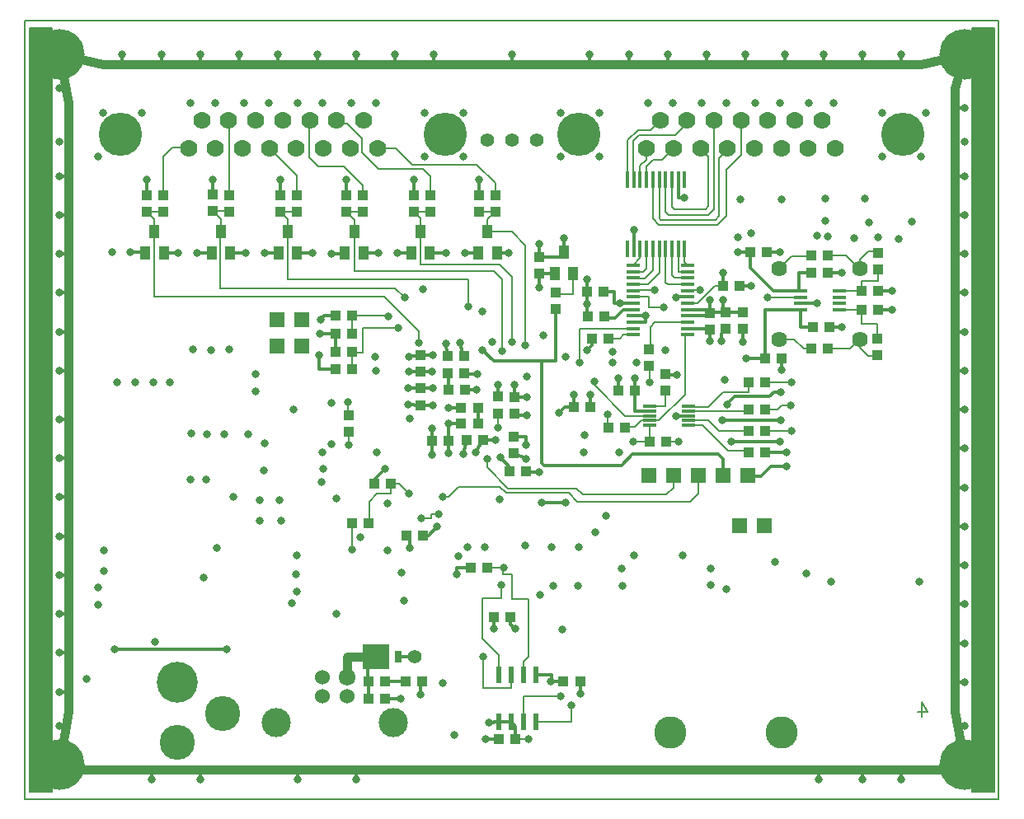
<source format=gbr>
%FSLAX36Y36*%
%MOMM*%
G04 EasyPC Gerber Version 18.0.8 Build 3632 *
%ADD155R,0.45000X1.80000*%
%ADD156R,0.50800X1.67640*%
%ADD154R,0.76200X1.27000*%
%ADD25R,1.00000X1.10000*%
%ADD106R,1.00000X1.40000*%
%ADD97R,1.52400X1.52400*%
%ADD17C,0.12700*%
%ADD18C,0.15000*%
%ADD141C,0.20830*%
%ADD112C,0.30000*%
%ADD24C,0.81280*%
%ADD113C,0.90000*%
%ADD109C,1.39000*%
%ADD111C,1.42240*%
%ADD99C,1.52400*%
%ADD29C,1.62400*%
%ADD98C,1.72000*%
%ADD90C,1.77800*%
%ADD100C,3.00000*%
%ADD105C,3.31000*%
%ADD101C,3.60000*%
%ADD102C,4.20000*%
%ADD91C,4.44500*%
%ADD23C,5.20000*%
%ADD150R,1.47320X0.33020*%
%ADD151R,1.47320X0.35560*%
%ADD152R,1.47320X0.38100*%
%ADD26R,1.10000X1.00000*%
%ADD153R,2.67000X2.54000*%
X0Y0D02*
D02*
D17*
X42104200Y3347700D02*
X142104200D01*
Y83347700*
X42104200*
Y3347700*
X42604200Y4097700D02*
X44854200D01*
Y82597700*
X42604200*
Y4097700*
G36*
X44854200*
Y82597700*
X42604200*
Y4097700*
G37*
X139354200D02*
X141604200D01*
Y82597700*
X139354200*
Y4097700*
G36*
X141604200*
Y82597700*
X139354200*
Y4097700*
G37*
D02*
D18*
X54354200Y59547700D02*
X54454200Y59447700D01*
X54604200Y63697700D02*
X56304200D01*
X55404200Y61647700D02*
Y54947700D01*
X79029200*
X82579200Y51397700*
Y50247700*
X55404200Y61647700D02*
Y62897700D01*
X54604200Y63697700*
X56304200Y65397700D02*
Y69347700D01*
X57204200Y70247700*
X58841400*
X58886200Y70202900*
X61404200Y63747700D02*
X63054200D01*
X63104200Y63697700*
X62204200Y61647700D02*
Y62947700D01*
X61404200Y63747700*
X63104200Y65397700D02*
Y72944500D01*
X63001000Y73047700*
X68304200Y63697700D02*
X70004200D01*
X69104200Y61647700D02*
Y62897700D01*
X68304200Y63697700*
X69104200Y61647700D02*
Y56747700D01*
X87604200*
Y53947700*
X70004200Y65397700D02*
Y67394900D01*
X67196200Y70202900*
X72454200Y52597700D02*
Y52622700D01*
X73654200Y59347700D02*
X73554200D01*
X75104200Y63697700D02*
X76804200D01*
X75279200Y44097700D02*
Y42822700D01*
X75354200Y42747700*
Y41047700D02*
Y39722700D01*
X75654200Y28997700D02*
Y31697700D01*
X75679200Y51147700D02*
Y52972700D01*
X79429200*
X79454200Y52947700*
X75704200Y47497700D02*
Y49322700D01*
X75904200Y61647700D02*
Y62875200D01*
X75104200Y63675200*
Y63697700*
X76804200Y65397700D02*
Y66347700D01*
X74804200Y68347700*
X72204200*
X71304200Y69247700*
Y73000700*
X71351200Y73047700*
X77354200Y31697700D02*
Y31772700D01*
X77429200Y31847700*
Y33897700*
X78254200Y34722700*
X79654200*
Y35747700*
X79679200Y35772700*
X80529200*
X81554200Y34747700*
X80404200Y51747700D02*
X76804200D01*
Y49222700*
X75804200*
X75704200Y49322700*
X81104200Y54847700D02*
X80104200Y55847700D01*
X62179200*
Y61547700*
X62204200Y61572700*
Y61647700*
X82004200Y63697700D02*
X83704200D01*
X82704200Y61647700D02*
Y62997700D01*
X82004200Y63697700*
X83704200Y65397700D02*
Y67347700D01*
X83004200Y68047700*
X78404200*
X76704200Y69747700*
Y71222700*
X75204200Y72722700*
X74521200*
X74196200Y73047700*
X74121200*
X83879200Y40147700D02*
X83979200Y39597700D01*
X83879200*
X84604200Y32647700D02*
X83804200D01*
Y32147700*
X82804200*
X85304200Y49847700D02*
X85279200Y49872700D01*
X85554200Y47022700D02*
X85529200Y47047700D01*
X86404200Y26422700D02*
X86429200Y26397700D01*
X89054200Y49497700D02*
X89029200D01*
X89167700Y17972700D02*
Y14772700D01*
X92004200*
Y16060700*
X92019200*
X89579200Y38247700D02*
Y38072700D01*
X89604200*
Y61647700D02*
Y62897700D01*
X90404200Y63697700*
X88704200*
X90404200Y65397700D02*
Y66647700D01*
X88504200Y68547700*
X81854200*
X80204200Y70197700*
X78421000*
X78415800Y70202900*
X78276200*
X90704200Y41522700D02*
Y42947700D01*
X90679200Y42972700*
X90979200Y25347700D02*
Y23972700D01*
X89029200*
Y19822700*
X90729200Y18122700*
Y16180700*
X90749200Y16160700*
Y16060700*
X91079200Y49397700D02*
Y56747700D01*
X90279200Y57547700*
X75904200*
Y61647700*
X91229200Y27122700D02*
X89604200D01*
X92079200Y50297700D02*
Y56972700D01*
X90804200Y58247700*
X82704200*
Y61647700*
X92454200Y9472700D02*
X93779200D01*
X92454200Y44597700D02*
X92404200Y44647700D01*
X93289200Y16060700D02*
Y17457700D01*
X93779200Y17947700*
Y23872700*
X92079200*
Y26422700*
X91204200*
Y27097700*
X91229200Y27122700*
X93504200Y49947700D02*
Y60222700D01*
X92079200Y61647700*
X89604200*
X93704200Y36922700D02*
X93579200Y36997700D01*
X94559200Y11234700D02*
X94804200D01*
Y11247700*
X98204200*
Y12997700*
X94954200Y57347700D02*
X94904200Y57297700D01*
X97104200Y13922700D02*
X93329200D01*
Y11274700*
X93289200Y11234700*
X98404200Y57347700D02*
Y55247700D01*
X96729200*
X96629200Y55347700*
X101779200Y52722700D02*
X101604200Y52897700D01*
X101954200Y42822700D02*
Y41597700D01*
X102054200Y41497700*
Y50672700D02*
X103179200D01*
X103554200Y51047700*
X104509800*
X104534800Y51022700*
Y51672700D02*
X99029200D01*
Y48172700*
X104534800Y54922700D02*
X106129200D01*
Y53822700*
X107704200*
X104534800Y56222700D02*
X106054200D01*
X107254200Y57422700*
Y59772700*
X107229200Y59797700*
Y59897700*
X104554200Y40072700D02*
X106229200D01*
X105279200Y59897700D02*
Y58917100D01*
X104534800Y58172700*
X105929200Y59897700D02*
Y57847700D01*
X105579200Y57497700*
X104559800*
X104534800Y57522700*
X105929200Y66997700D02*
Y68322700D01*
X106629200Y69022700*
X107522000*
X108702200Y70202900*
X105932200D02*
Y69047700D01*
X105279200Y68394700*
Y66997700*
X106060300Y42822700D02*
X106160300Y42722700D01*
X106235300*
X106179200Y47847700D02*
X106279200D01*
Y46122700*
X106210300Y42322700D02*
Y42247700D01*
X106235300Y42222700*
X106210300Y42822700D02*
Y42747700D01*
X106235300Y42722700*
X106229200Y40072700D02*
Y41716600D01*
X106235300Y41722700*
Y42222700D02*
X105379200D01*
X104704200Y41547700*
X103879200*
X103829200Y41497700*
X103754200*
X106235300Y42222700D02*
X107204200D01*
X109904200Y44922700*
Y50878300*
X110048600Y51022700*
X110173600*
X106235300Y42722700D02*
X103729200D01*
X100654200Y45797700*
Y46222700*
X100554200*
X106235300Y42822700D02*
Y42722700D01*
Y43722700D02*
X107854200D01*
Y45272700*
X106579200Y59897700D02*
Y57647700D01*
X105779200Y56847700*
X104559800*
X104534800Y56872700*
X106579200Y66997700D02*
Y62972700D01*
X107204200Y62347700*
X113179200*
X114104200Y63272700*
Y67972700*
X115629200Y69497700*
Y72995700*
X115627200Y72997700*
Y73047700*
X106729200Y55597700D02*
X104684800D01*
X104659800Y55572700*
X104534800*
X107229200Y66997700D02*
Y63022700D01*
X107379200Y62872700*
X113004200*
X113379200Y63247700*
Y69165900*
X114242200Y70028900*
Y70202900*
X107317200Y73047700D02*
X107304200D01*
X106329200Y72072700*
X105029200*
X103979200Y71022700*
Y66997700*
X107879200Y59897700D02*
Y56422700D01*
X108079200Y56222700*
X110173600*
X107879200Y66997700D02*
Y63672700D01*
X108204200Y63347700*
X112279200*
X112879200Y63947700*
Y72725700*
X112857200Y72747700*
Y73047700*
X107929200Y40072700D02*
X109254200D01*
X108529200Y59897700D02*
Y57172700D01*
X108804200Y56897700*
X110148600*
X110173600Y56872700*
X108529200Y66997700D02*
Y64172700D01*
X108779200Y63922700*
X111979200*
X112304200Y64247700*
Y69370900*
X111472200Y70202900*
X108654200Y36542700D02*
X108684200Y36572700D01*
X108704200Y36552700*
Y35347700*
X107979200Y34622700*
X99379200*
X98754200Y35247700*
X91729200*
X89579200Y37397700*
Y38247700*
X109179200Y59897700D02*
Y57522700D01*
X110173600*
X109829200Y59897700D02*
Y58517100D01*
X110173600Y58172700*
X110047000Y73047700D02*
Y72740500D01*
X108879200Y71572700*
X105154200*
X104579200Y70997700*
Y67047700*
X104629200Y66997700*
X110173600Y51022700D02*
X109529200D01*
X110173600Y52322700D02*
X106779200D01*
X106304200Y51847700*
Y50047700*
X106329200Y50022700*
X106504200*
X106179200Y49547700*
X110223100Y41722700D02*
X111654200D01*
X114279200Y39097700*
X116304200*
X116429200Y38972700*
X110223100Y42222700D02*
X112304200D01*
X113354200Y41172700*
X116429200*
X110223100Y43222700D02*
X116279200D01*
X116429200Y43372700*
X111224200Y36572700D02*
Y34697700D01*
X110424200Y33897700*
X98804200*
X97929200Y34772700*
X91504200*
X90879200Y35397700*
X86604200*
X85629200Y34422700*
X84979200*
X111454200Y55597700D02*
X110198600D01*
X110173600Y55572700*
X112429200Y53322700D02*
X112404200Y53297700D01*
X113754200Y53647700D02*
X114079200Y53322700D01*
X113754200Y56047700D02*
X112954200D01*
X111154200Y54247700*
X110198600*
X110173600Y54272700*
X114129200Y53372700D02*
X114079200Y53322700D01*
X115604200Y73024700D02*
X115627200Y73047700D01*
X116379200Y46147700D02*
Y45147700D01*
X113779200*
X112279200Y43647700*
X110223100*
Y43722700*
X118079200Y46147700D02*
X120829200D01*
X118079200Y48597700D02*
X118104200Y48622700D01*
X118079200Y48822700D02*
X118104200Y48797700D01*
Y48622700*
X118129200Y41172700D02*
X120829200D01*
X118129200Y43372700D02*
X119404200D01*
X119804200Y43772700*
X120704200*
X119579200Y50597700D02*
X121079200D01*
X122079200Y49597700*
X122879200*
X119579200Y57847700D02*
X119554200D01*
X120854200Y59147700*
X122854200*
X122879200Y59172700*
X121754200Y53416600D02*
X121760300Y53422700D01*
Y53597700*
Y54897700D02*
X118329200D01*
X124579200Y49597700D02*
X126829200D01*
X127829200Y50597700*
X124579200Y59172700D02*
X126429200D01*
X127754200Y57847700*
X127829200*
Y50597700D02*
Y49672700D01*
X128654200Y48847700*
X129529200*
X129654200Y48972700*
X127829200Y57847700D02*
Y58772700D01*
X128654200Y59597700*
X129579200*
X129704200Y59472700*
X127979200Y53622700D02*
Y52197700D01*
X129654200*
Y50672700*
X127979200Y53622700D02*
X125748100D01*
Y53597700*
X128004200Y55547700D02*
Y56597700D01*
X129704200*
Y57772700*
X128004200Y55547700D02*
X125748100D01*
D02*
D23*
X45604200Y6847700D03*
Y79847700D03*
X138604200Y6847700D03*
Y79847700D03*
D02*
D24*
X45604200Y10847700D03*
Y14347700D03*
Y18347700D03*
Y22347700D03*
Y26347700D03*
Y30347700D03*
Y34347700D03*
Y38347700D03*
Y42347700D03*
Y47347700D03*
Y51347700D03*
Y55347700D03*
Y59347700D03*
Y63347700D03*
Y67347700D03*
Y70847700D03*
Y76347700D03*
X46604200Y12347700D03*
Y16347700D03*
Y20347700D03*
Y24347700D03*
Y28347700D03*
Y32347700D03*
Y36347700D03*
Y40347700D03*
Y44347700D03*
Y49347700D03*
Y53347700D03*
Y57347700D03*
Y61347700D03*
Y65347700D03*
Y69347700D03*
Y74847700D03*
X48454200Y15697700D03*
X49579200Y23272700D03*
Y25047700D03*
X49604200Y69347700D03*
X50104200Y73847700D03*
Y78847700D03*
X50179200Y26797700D03*
X50204200Y28847700D03*
X51054200Y59547700D03*
X51304200Y18747700D03*
X51554200Y46172700D03*
X52104200Y6347700D03*
Y79847700D03*
X52954200Y59547700D03*
X53404200Y46147700D03*
X54104200Y73847700D03*
Y78847700D03*
X54604200Y66947700D03*
X55104200Y5347700D03*
X55254200Y46147700D03*
X55479200Y19497700D03*
X56104200Y79847700D03*
X56954200Y46147700D03*
X57604200Y6347700D03*
X57804200Y59447700D03*
X58104200Y78847700D03*
X59104200Y36197700D03*
Y74847700D03*
X59154200Y40872700D03*
X59354200Y49522700D03*
X59754200Y59447700D03*
X60104200Y5347700D03*
Y79847700D03*
X60454200Y26122700D03*
X60729200Y36147700D03*
X60804200Y40847700D03*
X61229200Y49497700D03*
X61404200Y66947700D03*
X61604200Y74847700D03*
X61779200Y29122700D03*
X62104200Y78847700D03*
X62529200Y40797700D03*
X62804200Y18747700D03*
X63054200Y49522700D03*
X63504200Y34422700D03*
X64104200Y79847700D03*
X64604200Y74847700D03*
X64804200Y59447700D03*
X65029200Y40797700D03*
X65104200Y6347700D03*
X65779200Y45247700D03*
Y46997700D03*
X66104200Y78847700D03*
X66204200Y31897700D03*
Y34072700D03*
X66629200Y37072700D03*
X66679200Y39897700D03*
X66729200Y59447700D03*
X67104200Y74847700D03*
X68104200Y79847700D03*
X68229200Y34072700D03*
X68304200Y66947700D03*
X68379200Y31897700D03*
X69504200Y23422700D03*
X69654200Y43372700D03*
X69929200Y26397700D03*
X69979200Y24672700D03*
X70029200Y28372700D03*
X70104200Y5347700D03*
Y74847700D03*
Y78847700D03*
X71604200Y59447700D03*
X72104200Y79847700D03*
X72329200Y48922700D03*
X72429200Y51147700D03*
X72454200Y52597700D03*
X72579200Y35947700D03*
X72604200Y74847700D03*
X72679200Y38947700D03*
X72704200Y37297700D03*
X73104200Y6347700D03*
X73554200Y59347700D03*
X73579200Y44072700D03*
X73604200Y39772700D03*
X74054200Y34197700D03*
X74104200Y22347700D03*
Y78847700D03*
X75104200Y66947700D03*
X75279200Y44097700D03*
X75354200Y39722700D03*
X75604200Y74847700D03*
X75654200Y28997700D03*
X76104200Y5347700D03*
Y79847700D03*
X76529200Y30247700D03*
X78054200Y48747700D03*
X78104200Y74847700D03*
Y78847700D03*
X78154200Y47347700D03*
X78254200Y38947700D03*
X78404200Y59447700D03*
X78604200Y6347700D03*
X79079200Y37297700D03*
X79354200Y28847700D03*
Y33747700D03*
X79454200Y52947700D03*
X80104200Y79847700D03*
X80304200Y59447700D03*
X80404200Y51747700D03*
X80704200Y13647700D03*
X80804200Y26622700D03*
X81054200Y23747700D03*
X81104200Y54847700D03*
X81479200Y43847700D03*
Y45597700D03*
X81504200Y47247700D03*
X81529200Y48747700D03*
X81554200Y34747700D03*
X81629200Y29097700D03*
X81654200Y42422700D03*
X82004200Y66947700D03*
X82104200Y78847700D03*
X82579200Y50247700D03*
X82704200Y14047700D03*
X82804200Y32147700D03*
X82979200Y55722700D03*
X83104200Y69347700D03*
Y73847700D03*
X83879200Y38722700D03*
Y41397700D03*
X83929200Y47247700D03*
X83954200Y48922700D03*
X83979200Y43822700D03*
Y45522700D03*
X84104200Y79847700D03*
X84432200Y31297700D03*
X84604200Y32647700D03*
X84979200Y15247700D03*
Y34422700D03*
X85304200Y50172700D03*
X85354200Y59447700D03*
X85554200Y38847700D03*
X85579200Y41897700D03*
Y43547700D03*
X86104200Y78847700D03*
X86204200Y9947700D03*
X86429200Y26397700D03*
X86579200Y28272700D03*
X86754200Y50197700D03*
X87104200Y38822700D03*
Y69347700D03*
Y73847700D03*
X87254200Y59447700D03*
X87579200Y29247700D03*
X87604200Y53947700D03*
X88429200Y38922700D03*
X88504200Y45372700D03*
X88529200Y46997700D03*
X88704200Y66947700D03*
X89029200Y49497700D03*
X89079200Y53447700D03*
X89167700Y17972700D03*
X89279200Y29197700D03*
X89404200Y9472700D03*
X89579200Y38247700D03*
X89729200Y11222700D03*
X90079200Y50322700D03*
X90104200Y78847700D03*
X90279200Y20797700D03*
X90429200Y40222700D03*
X90679200Y45922700D03*
X90704200Y41522700D03*
X90829200Y34172700D03*
X90904200Y38447700D03*
X90979200Y25347700D03*
X91079200Y49397700D03*
X91229200Y27122700D03*
X91804200Y59447700D03*
X92079200Y50297700D03*
X92104200Y79847700D03*
X92404200Y45922700D03*
X92467700Y20797700D03*
X93504200Y29422700D03*
Y49947700D03*
X93579200Y38247700D03*
Y39747700D03*
X93604200Y6347700D03*
X93629200Y44597700D03*
X93654200Y42747700D03*
X93679200Y46747700D03*
X93779200Y9472700D03*
X94104200Y78847700D03*
X94879200Y36922700D03*
X94904200Y55872700D03*
Y60397700D03*
X94979200Y24297700D03*
X95204200Y33822700D03*
X95317200Y50947700D03*
X96129200Y15397700D03*
X96154200Y29222700D03*
X96329200Y25247700D03*
X96954200Y43022700D03*
X97104200Y13922700D03*
Y69347700D03*
Y73847700D03*
X97304200Y20772700D03*
X97454200Y60972700D03*
X97654200Y33822700D03*
Y48747700D03*
X98104200Y78847700D03*
X98204200Y12997700D03*
X98454200Y44872700D03*
X98929200Y25272700D03*
X99004200Y29247700D03*
X99029200Y48172700D03*
X99104200Y14122700D03*
X99504200Y38997700D03*
X99529200Y40697700D03*
X99779200Y54197700D03*
X99804200Y49422700D03*
X99854200Y56747700D03*
X100104200Y79847700D03*
X100154200Y44922700D03*
X100554200Y46222700D03*
X100629200Y30747700D03*
X101104200Y69347700D03*
Y73847700D03*
X101804200Y32397700D03*
X101954200Y42822700D03*
X102104200Y78847700D03*
X102429200Y49322700D03*
X102454200Y48197700D03*
X103079200Y46597700D03*
X103129200Y38922700D03*
X103179200Y54272700D03*
X103354200Y27047700D03*
X103429200Y25272700D03*
X103604200Y6347700D03*
X104104200Y79847700D03*
X104554200Y40072700D03*
X104629200Y61797700D03*
X104679200Y28397700D03*
X104754200Y46572700D03*
X104904200Y48222700D03*
X105829200Y52972700D03*
X106104200Y74847700D03*
Y78847700D03*
X106279200Y46122700D03*
X106729200Y55597700D03*
X107704200Y53822700D03*
X107879200Y49447700D03*
X108104200Y79847700D03*
X108604200Y74847700D03*
X108929200Y42722700D03*
Y54897700D03*
X109054200Y46947700D03*
X109254200Y40072700D03*
X109629200Y28372700D03*
X109829200Y65097700D03*
X110104200Y78847700D03*
X111454200Y55597700D03*
X111604200Y74847700D03*
X112104200Y79847700D03*
X112404200Y50347700D03*
X112429200Y54597700D03*
X112529200Y25347700D03*
Y26997700D03*
X113629200Y50372700D03*
X113729200Y42272700D03*
X113754200Y54597700D03*
Y57397700D03*
X113979200Y46397700D03*
X114104200Y6347700D03*
Y74847700D03*
Y78847700D03*
X114154200Y24897700D03*
X114204200Y43897700D03*
X114654200Y40097700D03*
X115329200Y61047700D03*
X115354200Y59547700D03*
X115554200Y64947700D03*
X115804200Y50322700D03*
X116104200Y79847700D03*
X116154200Y48597700D03*
X116704200Y56047700D03*
Y61472700D03*
X117104200Y74847700D03*
X118104200Y78847700D03*
X118329200Y54897700D03*
X119154200Y27672700D03*
X119604200Y40097700D03*
Y74847700D03*
X119654200Y59522700D03*
X119729200Y42297700D03*
Y45172700D03*
X119804200Y47397700D03*
Y64947700D03*
X120104200Y79847700D03*
X120304200Y37497700D03*
Y38972700D03*
X120704200Y43772700D03*
X120829200Y41172700D03*
Y46147700D03*
X122104200Y78847700D03*
X122304200Y26522700D03*
X122604200Y74847700D03*
X123404200Y61197700D03*
X123429200Y54247700D03*
X123604200Y5347700D03*
X124104200Y79847700D03*
X124254200Y64997700D03*
X124279200Y62747700D03*
X124579200Y61172700D03*
X124854200Y25622700D03*
X125104200Y74847700D03*
X125979200Y51797700D03*
Y57397700D03*
X126104200Y6347700D03*
Y78847700D03*
X127279200Y60997700D03*
X128104200Y5347700D03*
Y79847700D03*
X128354200Y64997700D03*
X128779200Y62597700D03*
X129729200Y61047700D03*
X130104200Y6347700D03*
Y69347700D03*
Y73847700D03*
Y78847700D03*
X131154200Y53622700D03*
Y55547700D03*
X131854200Y60847700D03*
X132104200Y5347700D03*
Y79847700D03*
X133154200Y62622700D03*
X133954200Y25697700D03*
X134104200Y69347700D03*
Y78847700D03*
X134604200Y73847700D03*
X137604200Y12347700D03*
Y17347700D03*
Y21347700D03*
Y25347700D03*
Y29347700D03*
Y33347700D03*
Y37347700D03*
Y41347700D03*
Y45347700D03*
Y49347700D03*
Y53347700D03*
Y57347700D03*
Y61347700D03*
Y65347700D03*
Y69347700D03*
Y72347700D03*
Y76347700D03*
X138604200Y10847700D03*
Y15347700D03*
Y19347700D03*
Y23347700D03*
Y27347700D03*
Y31347700D03*
Y35347700D03*
Y39347700D03*
Y43347700D03*
Y47347700D03*
Y51347700D03*
Y55347700D03*
Y59347700D03*
Y63347700D03*
Y67347700D03*
Y70847700D03*
Y74347700D03*
D02*
D25*
X54604200Y63697700D03*
Y65397700D03*
X56304200Y63697700D03*
Y65397700D03*
X61404200Y63747700D03*
Y65447700D03*
X63104200Y63697700D03*
Y65397700D03*
X68304200Y63697700D03*
Y65397700D03*
X70004200Y63697700D03*
Y65397700D03*
X75104200Y63697700D03*
Y65397700D03*
X75354200Y41047700D03*
Y42747700D03*
X76804200Y63697700D03*
Y65397700D03*
X82004200Y63697700D03*
Y65397700D03*
X82704200Y43822700D03*
Y45522700D03*
X82729200Y47247700D03*
Y48947700D03*
X83704200Y63697700D03*
Y65397700D03*
X88704200Y63697700D03*
Y65397700D03*
X90404200Y63697700D03*
Y65397700D03*
X90679200Y42972700D03*
Y44672700D03*
X92279200Y38897700D03*
Y40597700D03*
X92404200Y42947700D03*
Y44647700D03*
X94904200Y57297700D03*
Y58997700D03*
X96629200Y53647700D03*
Y55347700D03*
X106179200Y47847700D03*
Y49547700D03*
X107854200Y45272700D03*
Y46972700D03*
X112404200Y51597700D03*
Y53297700D03*
X114079200Y51622700D03*
Y53322700D03*
X115804200Y51672700D03*
Y53372700D03*
X129654200Y48972700D03*
Y50672700D03*
X129704200Y57772700D03*
Y59472700D03*
D02*
D26*
X73979200Y51147700D03*
Y52972700D03*
X74004200Y47497700D03*
Y49322700D03*
X75654200Y31697700D03*
X75679200Y51147700D03*
Y52972700D03*
X75704200Y47497700D03*
Y49322700D03*
X77354200Y13647700D03*
Y15447700D03*
Y31697700D03*
X77979200Y35772700D03*
X79054200Y13647700D03*
Y15447700D03*
X79679200Y35772700D03*
X81154200Y15447700D03*
X81304200Y30422700D03*
X82854200Y15447700D03*
X83004200Y30422700D03*
X83879200Y40147700D03*
X85529200Y47047700D03*
Y48897700D03*
X85554200Y45397700D03*
X85579200Y40147700D03*
X86904200Y41922700D03*
Y43547700D03*
X87229200Y47047700D03*
Y48897700D03*
X87254200Y45397700D03*
X87429200Y40222700D03*
X87904200Y27122700D03*
X88604200Y41922700D03*
Y43547700D03*
X89129200Y40222700D03*
X89604200Y27122700D03*
X90279200Y22047700D03*
X90754200Y9472700D03*
X91879200Y36997700D03*
X91979200Y22047700D03*
X92454200Y9472700D03*
X93579200Y36997700D03*
X97404200Y15397700D03*
X98454200Y43622700D03*
X99104200Y15397700D03*
X99854200Y55472700D03*
X99904200Y52897700D03*
X100154200Y43622700D03*
X100354200Y50672700D03*
X101554200Y55472700D03*
X101604200Y52897700D03*
X102054200Y41497700D03*
Y50672700D03*
X103054200Y45347700D03*
X103754200Y41497700D03*
X104754200Y45347700D03*
X106229200Y40072700D03*
X107929200D03*
X113754200Y56047700D03*
X115454200D03*
X116379200Y46147700D03*
X116429200Y38972700D03*
Y41172700D03*
Y43372700D03*
X116604200Y59547700D03*
X118079200Y46147700D03*
X118104200Y48622700D03*
X118129200Y38972700D03*
Y41172700D03*
Y43372700D03*
X118304200Y59547700D03*
X119804200Y48622700D03*
X122854200Y57397700D03*
X122879200Y49597700D03*
Y59172700D03*
X123004200Y51797700D03*
X124554200Y57397700D03*
X124579200Y49597700D03*
Y59172700D03*
X124704200Y51797700D03*
X127979200Y53622700D03*
X128004200Y55547700D03*
X129679200Y53622700D03*
X129704200Y55547700D03*
D02*
D29*
X119579200Y50597700D03*
Y57847700D03*
X127829200Y50597700D03*
Y57847700D03*
D02*
D90*
X58886200Y70202900D03*
X60271200Y73047700D03*
X61656200Y70202900D03*
X63001000Y73047700D03*
X64426200Y70202900D03*
X65811200Y73047700D03*
X67196200Y70202900D03*
X68581200Y73047700D03*
X69966200Y70202900D03*
X71351200Y73047700D03*
X72736200Y70202900D03*
X74121200Y73047700D03*
X75506200Y70202900D03*
X76891200Y73047700D03*
X78276200Y70202900D03*
X105932200D03*
X107317200Y73047700D03*
X108702200Y70202900D03*
X110047000Y73047700D03*
X111472200Y70202900D03*
X112857200Y73047700D03*
X114242200Y70202900D03*
X115627200Y73047700D03*
X117012200Y70202900D03*
X118397200Y73047700D03*
X119782200Y70202900D03*
X121167200Y73047700D03*
X122552200Y70202900D03*
X123937200Y73047700D03*
X125322200Y70202900D03*
D02*
D91*
X51931200Y71625300D03*
X85231200D03*
X98977200D03*
X132277200D03*
D02*
D97*
X67954200Y49872700D03*
Y52547700D03*
X70494200Y49872700D03*
Y52547700D03*
X106144200Y36572700D03*
X108684200D03*
X111224200D03*
X113764200D03*
X115479200Y31422700D03*
X116304200Y36572700D03*
X118019200Y31422700D03*
D02*
D98*
X75181200Y15872700D03*
D02*
D99*
X72681200Y13872700D03*
Y15872700D03*
X75181200Y13872700D03*
D02*
D100*
X67911200Y11162700D03*
X79951200D03*
D02*
D101*
X57732600Y9122700D03*
X62432600Y12122700D03*
D02*
D102*
X57732600Y15322700D03*
D02*
D105*
X108382700Y10137700D03*
X119812700D03*
D02*
D106*
X54454200Y59447700D03*
X55404200Y61647700D03*
X56354200Y59447700D03*
X61254200D03*
X62204200Y61647700D03*
X63154200Y59447700D03*
X68154200D03*
X69104200Y61647700D03*
X70054200Y59447700D03*
X74954200D03*
X75904200Y61647700D03*
X76854200Y59447700D03*
X81754200D03*
X82704200Y61647700D03*
X83654200Y59447700D03*
X88654200D03*
X89604200Y61647700D03*
X90554200Y59447700D03*
X96504200Y57347700D03*
X97454200Y59547700D03*
X98404200Y57347700D03*
D02*
D109*
X89577800Y71047700D03*
X92117800D03*
X94657800D03*
D02*
D111*
X82104200Y17947700D03*
D02*
D112*
X46604200Y14347700D02*
X45604200D01*
X46604200Y18347700D02*
X45604200D01*
X46604200Y22347700D02*
X45604200D01*
X46604200Y26347700D02*
X45604200D01*
X46604200Y30347700D02*
X45604200D01*
X46604200Y34347700D02*
X45604200D01*
X46604200Y38347700D02*
X45604200D01*
X46604200Y42347700D02*
X45604200D01*
X46604200Y47347700D02*
X45604200D01*
X46604200Y51347700D02*
X45604200D01*
X46604200Y55347700D02*
X45604200D01*
X46604200Y59347700D02*
X45604200D01*
X46604200Y63347700D02*
X45604200D01*
X46604200Y67347700D02*
X45604200D01*
X51304200Y18747700D02*
X62804200D01*
X52104200Y78847700D02*
Y79847700D01*
X52954200Y59547700D02*
X54354200D01*
X54604200Y65397700D02*
Y66947700D01*
X55104200Y6347700D02*
Y5347700D01*
X56104200Y78847700D02*
Y79847700D01*
X56354200Y59447700D02*
X57804200D01*
X59754200D02*
X61254200D01*
X60104200Y6347700D02*
Y5347700D01*
Y78847700D02*
Y79847700D01*
X61404200Y65447700D02*
Y66947700D01*
X63154200Y59447700D02*
X64804200D01*
X64104200Y78847700D02*
Y79847700D01*
X68104200Y78847700D02*
Y79847700D01*
X68154200Y59447700D02*
X66729200D01*
X68304200Y66947700D02*
Y65397700D01*
X70054200Y59447700D02*
X71604200D01*
X70104200Y6347700D02*
Y5347700D01*
X72104200Y78847700D02*
Y79847700D01*
X72329200Y48922700D02*
Y47497700D01*
X74004200*
X72454200Y52622700D02*
X72804200Y52972700D01*
X73979200*
Y51147700D02*
X72429200D01*
X74004200Y49322700D02*
Y51122700D01*
X73979200Y51147700*
X74954200Y59447700D02*
Y59347700D01*
X73654200*
X75104200Y65397700D02*
Y66947700D01*
X76104200Y6347700D02*
Y5347700D01*
Y78847700D02*
Y79847700D01*
X76854200Y59447700D02*
X78404200D01*
X77354200Y13647700D02*
Y15447700D01*
X77304200*
Y17947700*
X78104200*
X77979200Y35772700D02*
Y36197700D01*
X79079200Y37297700*
X79054200Y13647700D02*
X80704200D01*
X79054200Y15447700D02*
X81154200D01*
X80104200Y78847700D02*
Y79847700D01*
X80455200Y17947700D02*
X82104200D01*
X81304200Y30422700D02*
X81629200D01*
Y29097700*
X81479200Y45597700D02*
X82629200D01*
X82704200Y45522700*
X81479200Y45672700D02*
Y45597700D01*
X81754200Y59447700D02*
X80304200D01*
X82004200Y65397700D02*
Y66947700D01*
X82704200Y43822700D02*
X83979200D01*
X82704200D02*
X81479200Y43847700D01*
X82704200Y45522700D02*
X82754200D01*
Y45472700*
X82829200*
Y45597700*
X82704200Y45522700D02*
X83979200D01*
X82729200Y47247700D02*
X83929200D01*
X82729200D02*
X81504200D01*
X82729200Y48947700D02*
X83954200Y48922700D01*
X82729200Y48947700D02*
X81529200Y48747700D01*
X82854200Y15447700D02*
X82704200D01*
Y14047700*
X83004200Y30422700D02*
X83557200D01*
X84432200Y31297700*
X83879200Y38722700D02*
Y40147700D01*
Y39597700D02*
Y41397700D01*
X84104200Y78847700D02*
Y79847700D01*
X85279200Y49872700D02*
Y50147700D01*
X85304200Y50172700*
X85354200Y59447700D02*
X83654200D01*
X85529200Y48897700D02*
X85304200Y49847700D01*
X85554200Y38847700D02*
Y40122700D01*
X85579200Y40147700*
X85554200Y45397700D02*
Y47022700D01*
Y45397700D02*
X85529200D01*
Y45622700*
X85504200*
X85579200Y40147700D02*
Y41897700D01*
X86904200*
Y41922700*
Y43547700D02*
X85579200D01*
X87104200Y38822700D02*
X87429200Y40222700D01*
X87229200Y47047700D02*
Y47022700D01*
X88529200*
Y46997700*
X87229200Y48897700D02*
X87204200D01*
Y48572700*
X86779200Y50172700*
X86754200Y50197700*
X87254200Y45397700D02*
Y45372700D01*
X88504200*
X87904200Y27122700D02*
X86404200D01*
Y26422700*
X88429200Y38922700D02*
Y39022700D01*
X89129200Y40222700*
X88604200Y41922700D02*
Y43547700D01*
X88654200Y59447700D02*
X87254200D01*
X88704200Y65397700D02*
Y66947700D01*
X89129200Y40222700D02*
X90429200D01*
X90279200Y22047700D02*
Y20797700D01*
X90554200Y59447700D02*
X91804200D01*
X90679200Y44672700D02*
Y45922700D01*
X90749200Y11234700D02*
X90229200D01*
Y11222700*
X89729200*
X90749200Y11234700D02*
X92019200D01*
X90754200Y9472700D02*
X89404200D01*
X91879200Y36997700D02*
X91979200Y37372700D01*
X90904200Y38447700*
X91979200Y22047700D02*
Y21286200D01*
X92467700Y20797700*
X92104200Y78847700D02*
Y79847700D01*
X92404200Y44647700D02*
Y45922700D01*
X92454200Y9472700D02*
Y10799700D01*
X92019200Y11234700*
X93579200Y38247700D02*
X93629200D01*
X92279200Y38897700*
X93579200Y39747700D02*
Y40597700D01*
X92279200*
X93629200Y44597700D02*
X92454200D01*
X93654200Y42747700D02*
X92604200D01*
X92404200Y42947700*
X94559200Y16060700D02*
X96154200D01*
Y15422700*
X96129200Y15397700*
X94879200Y36922700D02*
X93704200D01*
X94904200Y57297700D02*
Y55872700D01*
Y58997700D02*
X96904200D01*
X97454200Y59547700*
X94904200Y58997700D02*
Y60397700D01*
X95154200Y48322700D02*
X90229200D01*
X89054200Y49497700*
X95204200Y33822700D02*
X97654200D01*
X96504200Y57347700D02*
X94954200D01*
X96629200Y53647700D02*
Y48322700D01*
X95154200*
X97404200Y15397700D02*
X96129200D01*
X97454200Y59547700D02*
Y60972700D01*
X98454200Y43622700D02*
X97554200D01*
X96954200Y43022700*
X98454200Y43622700D02*
Y44872700D01*
X99104200Y15397700D02*
Y14122700D01*
X99854200Y55472700D02*
X99779200D01*
Y54197700*
X99854200Y55472700D02*
Y56747700D01*
X99904200Y52897700D02*
X99779200D01*
Y54197700*
X100104200Y78847700D02*
Y79847700D01*
X100154200Y43622700D02*
Y44922700D01*
X100354200Y50672700D02*
Y49972700D01*
X99804200Y49422700*
X101554200Y55472700D02*
X102579200D01*
Y54272700*
X103179200*
X103054200Y45347700D02*
Y46572700D01*
X103079200Y46597700*
X103179200Y54272700D02*
X104534800D01*
X104104200Y78847700D02*
Y79847700D01*
X104534800Y52322700D02*
X105829200D01*
Y52972700*
X104534800D02*
X105829200D01*
X104534800Y53622700D02*
X103579200D01*
X102679200Y52722700*
X101779200*
X104629200Y59897700D02*
Y61797700D01*
X104754200Y45347700D02*
Y46572700D01*
Y45347700D02*
Y43222700D01*
X106235300*
X108104200Y78847700D02*
Y79847700D01*
X109054200Y46947700D02*
X107879200D01*
X107854200Y46972700*
X109179200Y66997700D02*
Y65097700D01*
X109829200*
X110173600Y51672700D02*
X112404200D01*
Y51597700*
X110173600Y52972700D02*
X112179200D01*
X112404200Y53297700*
X110173600Y53622700D02*
X111979200D01*
X112404200Y53297700*
X110173600Y54272700D02*
Y54247700D01*
Y54922700D02*
X108954200D01*
X108929200Y54897700*
X110223100Y42722700D02*
X108929200D01*
X112104200Y78847700D02*
Y79847700D01*
X112404200Y51597700D02*
Y50347700D01*
Y53297700D02*
X112429200Y53197700D01*
Y54597700*
X113629200Y50372700D02*
Y51172700D01*
X114079200Y51622700*
X113729200Y42272700D02*
X119704200D01*
X119729200Y42297700*
X113754200Y54597700D02*
Y53647700D01*
Y57397700D02*
Y56047700D01*
X113764200Y36572700D02*
Y38287700D01*
X113304200Y38747700*
X104479200*
X103354200Y37622700*
X95429200*
X95154200Y37897700*
Y48322700*
X114079200Y51622700D02*
X113829200Y51672700D01*
X114079200Y53322700D02*
X112429200D01*
X114654200Y40097700D02*
X119604200D01*
X115454200Y56047700D02*
X116704200D01*
X115804200Y51672700D02*
Y50322700D01*
Y53372700D02*
X114129200D01*
X116104200Y78847700D02*
Y79847700D01*
X116154200Y48597700D02*
X118079200D01*
X116604200Y59547700D02*
Y57897700D01*
X118954200Y55547700*
X121760300*
X116604200Y59547700D02*
X115354200D01*
X118129200Y38972700D02*
X120304200D01*
X118304200Y59547700D02*
X119054200D01*
Y59522700*
X119654200*
X119729200Y45172700D02*
X119054200D01*
X118554200Y44672700*
X114954200*
X114204200Y43922700*
Y43897700*
X119804200Y48622700D02*
Y47397700D01*
X120104200Y78847700D02*
Y79847700D01*
X120304200Y37497700D02*
X118679200D01*
X117704200Y36522700*
X116354200*
X116304200Y36572700*
X121760300Y53597700D02*
X118079200D01*
Y48822700*
X121760300Y54247700D02*
X123429200D01*
X122854200Y57397700D02*
X121579200D01*
Y55547700*
X121760300*
X123004200Y51797700D02*
X121754200D01*
Y53416600*
X123604200Y6347700D02*
Y5347700D01*
X124104200Y78847700D02*
Y79847700D01*
X124554200Y57397700D02*
X125979200D01*
X124704200Y51797700D02*
X125979200D01*
X128104200Y6347700D02*
Y5347700D01*
Y78847700D02*
Y79847700D01*
X129679200Y53622700D02*
X131154200D01*
X129704200Y55547700D02*
X131154200D01*
X132104200Y6347700D02*
Y5347700D01*
Y78847700D02*
Y79847700D01*
X137604200Y15347700D02*
X138604200D01*
X137604200Y19347700D02*
X138604200D01*
X137604200Y23347700D02*
X138604200D01*
X137604200Y27347700D02*
X138604200D01*
X137604200Y31347700D02*
X138604200D01*
X137604200Y35347700D02*
X138604200D01*
X137604200Y39347700D02*
X138604200D01*
X137604200Y43347700D02*
X138604200D01*
X137604200Y47347700D02*
X138604200D01*
X137604200Y51347700D02*
X138604200D01*
X137604200Y55347700D02*
X138604200D01*
X137604200Y59347700D02*
X138604200D01*
X137604200Y63347700D02*
X138604200D01*
X137604200Y67347700D02*
X138604200D01*
X137604200Y74347700D02*
X138604200D01*
D02*
D113*
X46604200Y12347700D02*
X45604200Y6847700D01*
X46604200Y14347700D02*
Y12347700D01*
Y16347700D02*
Y14347700D01*
Y18347700D02*
Y16347700D01*
Y20347700D02*
Y18347700D01*
Y22347700D02*
Y20347700D01*
Y24347700D02*
Y22347700D01*
Y26347700D02*
Y24347700D01*
Y28347700D02*
Y26347700D01*
Y30347700D02*
Y28347700D01*
Y32347700D02*
Y30347700D01*
Y34347700D02*
Y32347700D01*
Y36347700D02*
Y34347700D01*
Y38347700D02*
Y36347700D01*
Y40347700D02*
Y38347700D01*
Y42347700D02*
Y40347700D01*
Y44347700D02*
Y42347700D01*
Y47347700D02*
Y44347700D01*
Y49347700D02*
Y47347700D01*
Y51347700D02*
Y49347700D01*
Y53347700D02*
Y51347700D01*
Y55347700D02*
Y53347700D01*
Y57347700D02*
Y55347700D01*
Y59347700D02*
Y57347700D01*
Y61347700D02*
Y59347700D01*
Y63347700D02*
Y61347700D01*
Y65347700D02*
Y63347700D01*
Y67347700D02*
Y65347700D01*
Y69347700D02*
Y74847700D01*
Y69347700D02*
Y67347700D01*
Y74847700D02*
X45604200Y79847700D01*
X50104200Y78847700D02*
X45604200Y79847700D01*
X52104200Y6347700D02*
X45604200D01*
Y6847700*
X52104200Y78847700D02*
X50104200D01*
X54104200D02*
X52104200D01*
X55104200Y6347700D02*
X52104200D01*
X56104200Y78847700D02*
X54104200D01*
X57604200Y6347700D02*
X55104200D01*
X58104200Y78847700D02*
X56104200D01*
X60104200Y6347700D02*
X57604200D01*
X60104200Y78847700D02*
X58104200D01*
X62104200D02*
X60104200D01*
X64104200D02*
X62104200D01*
X65104200Y6347700D02*
X60104200D01*
X66104200Y78847700D02*
X64104200D01*
X68104200D02*
X66104200D01*
X70104200Y6347700D02*
X65104200D01*
X70104200Y78847700D02*
X68104200D01*
X72104200D02*
X70104200D01*
X73104200Y6347700D02*
X70104200D01*
X74104200Y78847700D02*
X72104200D01*
X76104200Y6347700D02*
X73104200D01*
X76104200Y78847700D02*
X74104200D01*
X78104200Y17947700D02*
X75181200D01*
Y15872700*
X78104200Y78847700D02*
X76104200D01*
X78604200Y6347700D02*
X76104200D01*
X80104200Y78847700D02*
X78104200D01*
X82104200D02*
X80104200D01*
X84104200D02*
X82104200D01*
X86104200D02*
X90104200D01*
X86104200D02*
X84104200D01*
X92104200D02*
X90104200D01*
X93604200Y6347700D02*
X78604200D01*
X94104200Y78847700D02*
X98104200D01*
X94104200D02*
X92104200D01*
X100104200D02*
X98104200D01*
X102104200D02*
X100104200D01*
X103604200Y6347700D02*
X93604200D01*
X104104200Y78847700D02*
X102104200D01*
X106104200D02*
X104104200D01*
X108104200D02*
X106104200D01*
X110104200D02*
X108104200D01*
X112104200D02*
X110104200D01*
X114104200Y6347700D02*
X103604200D01*
X114104200Y78847700D02*
X112104200D01*
X116104200D02*
X114104200D01*
X118104200D02*
X116104200D01*
X120104200D02*
X118104200D01*
X122104200D02*
X120104200D01*
X123604200Y6347700D02*
X114104200D01*
X124104200Y78847700D02*
X122104200D01*
X126104200Y6347700D02*
X123604200D01*
X126104200Y78847700D02*
X124104200D01*
X128104200Y6347700D02*
X126104200D01*
X128104200Y78847700D02*
X126104200D01*
X130104200Y6347700D02*
X128104200D01*
X130104200Y78847700D02*
X128104200D01*
X132104200Y6347700D02*
X130104200D01*
X132104200Y78847700D02*
X130104200D01*
X134104200D02*
X132104200D01*
X134104200D02*
X138604200Y79847700D01*
X137604200Y12347700D02*
Y15347700D01*
Y17347700*
Y19347700*
Y21347700*
Y23347700*
Y25347700*
Y27347700*
Y29347700*
Y31347700*
Y33347700*
Y35347700*
Y37347700*
Y39347700*
Y41347700*
Y43347700*
Y45347700*
Y47347700*
Y49347700*
Y51347700*
Y53347700*
Y55347700*
Y57347700*
Y59347700*
Y61347700*
Y63347700*
Y65347700*
Y67347700*
Y69347700*
Y72347700*
Y74347700*
Y76347700*
X138604200Y79847700*
Y6847700D02*
Y6347700D01*
X132104200*
X138604200Y6847700D02*
X137604200Y12347700D01*
D02*
D141*
X134153300Y11738200D02*
Y13300300D01*
X134804200Y12258900*
X133762800*
D02*
D150*
X106235300Y41722700D03*
Y42222700D03*
Y42722700D03*
Y43222700D03*
Y43722700D03*
X110223100Y41722700D03*
Y42222700D03*
Y42722700D03*
Y43222700D03*
Y43722700D03*
D02*
D151*
X104534800Y51022700D03*
Y51672700D03*
Y52322700D03*
Y52972700D03*
Y53622700D03*
Y54272700D03*
Y54922700D03*
Y55572700D03*
Y56222700D03*
Y56872700D03*
Y57522700D03*
Y58172700D03*
X110173600Y51022700D03*
Y51672700D03*
Y52322700D03*
Y52972700D03*
Y53622700D03*
Y54272700D03*
Y54922700D03*
Y55572700D03*
Y56222700D03*
Y56872700D03*
Y57522700D03*
Y58172700D03*
D02*
D152*
X121760300Y53597700D03*
Y54247700D03*
Y54897700D03*
Y55547700D03*
X125748100Y53597700D03*
Y54247700D03*
Y54897700D03*
Y55547700D03*
D02*
D153*
X78104200Y17947700D03*
D02*
D154*
X80455200D03*
D02*
D155*
X103979200Y59897700D03*
Y66997700D03*
X104629200Y59897700D03*
Y66997700D03*
X105279200Y59897700D03*
Y66997700D03*
X105929200Y59897700D03*
Y66997700D03*
X106579200Y59897700D03*
Y66997700D03*
X107229200Y59897700D03*
Y66997700D03*
X107879200Y59897700D03*
Y66997700D03*
X108529200Y59897700D03*
Y66997700D03*
X109179200Y59897700D03*
Y66997700D03*
X109829200Y59897700D03*
Y66997700D03*
D02*
D156*
X90749200Y11234700D03*
Y16060700D03*
X92019200Y11234700D03*
Y16060700D03*
X93289200Y11234700D03*
Y16060700D03*
X94559200Y11234700D03*
Y16060700D03*
X0Y0D02*
M02*

</source>
